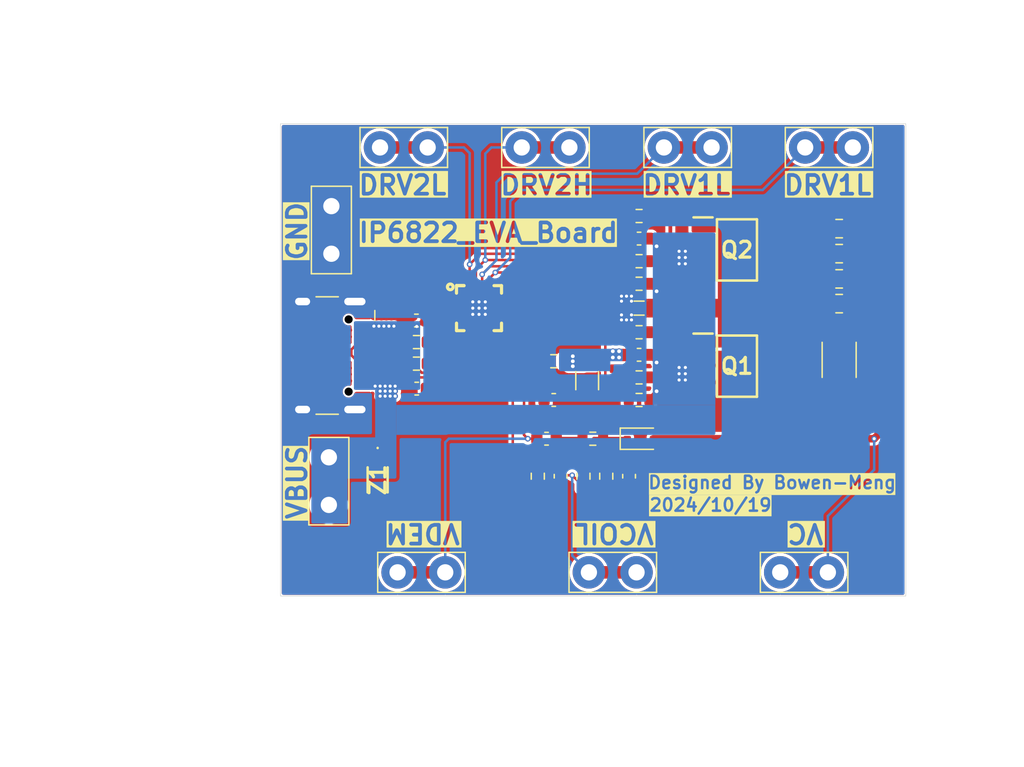
<source format=kicad_pcb>
(kicad_pcb (version 20240108) (generator "pcbnew") (generator_version "8.0")
  (layers (0 "F.Cu" signal) (31 "B.Cu" signal) (34 "B.Paste" user) (35 "F.Paste" user) (36 "B.SilkS" user "B.Silkscreen") (37 "F.SilkS" user "F.Silkscreen") (38 "B.Mask" user) (39 "F.Mask" user) (44 "Edge.Cuts" user))
  (net 0 "")
  (net 1 "GND")
  (net 2 "VBUS")
  (net 3 "GNDPWR")
  (net 4 "Net-(Q2-D_1)")
  (net 5 "/VC")
  (net 6 "/ISENSE")
  (net 7 "/VDEM")
  (net 8 "Net-(C10-Pad2)")
  (net 9 "/VCOIL")
  (net 10 "Net-(D1-K)")
  (net 12 "Net-(J1-D--PadA7)")
  (net 13 "/USB_CC1")
  (net 14 "/USB_CC2")
  (net 15 "Net-(J1-D+-PadA6)")
  (net 17 "Net-(Q1-D_1)")
  (net 18 "Net-(Q1-G2)")
  (net 19 "Net-(Q1-G1)")
  (net 20 "Net-(Q2-G1)")
  (net 21 "Net-(Q2-G2)")
  (net 22 "/DRV1L")
  (net 23 "/DRV2L")
  (net 24 "/USB_DN")
  (net 25 "/USB_DP")
  (net 26 "/LED2")
  (net 27 "/LED1")
  (net 28 "/Dbg")
  (net 29 "/DRV1H")
  (net 30 "/DRV2H")
  (net 31 "Net-(U1-VCC)")
  (footprint "Resistor_SMD:R_0603_1608Metric" (layer "F.Cu") (at 246.6725 89.2)
    (property "Reference" "R2" (hide yes))
    (property "Value" "10K" (hide yes))
  )
  (footprint "Resistor_SMD:R_0603_1608Metric" (layer "F.Cu") (at 246.6725 85.585)
    (property "Reference" "R1" (hide yes))
    (property "Value" "10K" (hide yes))
  )
  (footprint "Resistor_SMD:R_0603_1608Metric" (layer "F.Cu") (at 239.8475 87.9075 180)
    (property "Reference" "R6" (hide yes))
    (property "Value" "3K3" (hide yes))
  )
  (footprint "Capacitor_SMD:C_0603_1608Metric" (layer "F.Cu") (at 245.8725 97.1075 90)
    (property "Reference" "C11" (hide yes))
    (property "Value" "10nF" (hide yes))
  )
  (footprint "TestPoint:TestPoint_Bridge_Pitch3.81mm_Drill1.3mm" (layer "F.Cu") (at 231.17 104.8 180)
    (property "Reference" "TP7" (hide yes))
    (property "Value" "TestPoint" (hide yes))
  )
  (footprint "Capacitor_SMD:C_0805_2012Metric" (layer "F.Cu") (at 262.6725 81.31625 180)
    (property "Reference" "C5" (hide yes))
    (property "Value" "0.1uF" (hide yes))
  )
  (footprint "SamacSys_Parts:SOIC127P600X175-8N" (layer "F.Cu") (at 254.5 79)
    (property "Reference" "Q2")
    (property "Value" "IRF7389PBF" (hide yes))
  )
  (footprint "Resistor_SMD:R_0603_1608Metric" (layer "F.Cu") (at 246.6725 79.9)
    (property "Reference" "R3" (hide yes))
    (property "Value" "10K" (hide yes))
  )
  (footprint "Capacitor_SMD:C_0603_1608Metric" (layer "F.Cu") (at 239.8475 91.0075 180)
    (property "Reference" "C8" (hide yes))
    (property "Value" "10nF" (hide yes))
  )
  (footprint "Capacitor_SMD:C_0805_2012Metric" (layer "F.Cu") (at 262.6725 83.29625 180)
    (property "Reference" "C4" (hide yes))
    (property "Value" "0.1uF" (hide yes))
  )
  (footprint "Resistor_SMD:R_0603_1608Metric" (layer "F.Cu") (at 246.6725 81.7075)
    (property "Reference" "R14" (hide yes))
    (property "Value" "0R" (hide yes))
  )
  (footprint "SamacSys_Parts:IP6822" (layer "F.Cu") (at 233.8725 83.6575)
    (property "Reference" "U1" (hide yes))
    (property "Value" "IP6822" (hide yes))
  )
  (footprint "TestPoint:TestPoint_Bridge_Pitch3.81mm_Drill1.3mm" (layer "F.Cu") (at 261.77 104.8 180)
    (property "Reference" "TP5" (hide yes))
    (property "Value" "TestPoint" (hide yes))
  )
  (footprint "SamacSys_Parts:SOIC127P600X175-8N" (layer "F.Cu") (at 254.5 88.3)
    (property "Reference" "Q1")
    (property "Value" "IRF7389PBF" (hide yes))
  )
  (footprint "Capacitor_SMD:C_0603_1608Metric" (layer "F.Cu") (at 246.6725 78.0925)
    (property "Reference" "C3" (hide yes))
    (property "Value" "22uF" (hide yes))
  )
  (footprint "Inductor_SMD:L_2010_5025Metric" (layer "F.Cu") (at 262.6725 87.79625 90)
    (property "Reference" "L1" (hide yes))
    (property "Value" "6.3uH" (hide yes))
  )
  (footprint "Capacitor_SMD:C_0603_1608Metric" (layer "F.Cu") (at 246.6725 87.3925)
    (property "Reference" "C2" (hide yes))
    (property "Value" "22uF" (hide yes))
  )
  (footprint "Resistor_SMD:R_0603_1608Metric" (layer "F.Cu") (at 246.6725 91.0075 180)
    (property "Reference" "R13" (hide yes))
    (property "Value" "0R" (hide yes))
  )
  (footprint "Capacitor_SMD:C_0603_1608Metric" (layer "F.Cu") (at 239.2725 94.1075)
    (property "Reference" "C9" (hide yes))
    (property "Value" "10nF" (hide yes))
  )
  (footprint "Capacitor_SMD:C_0603_1608Metric" (layer "F.Cu") (at 228.865 84.65)
    (property "Reference" "C1" (hide yes))
    (property "Value" "10uF" (hide yes))
  )
  (footprint "Resistor_SMD:R_1206_3216Metric" (layer "F.Cu") (at 242.5225 89.4575 90)
    (property "Reference" "R5" (hide yes))
    (property "Value" "20mR" (hide yes))
  )
  (footprint "SamacSys_Parts:MMSZ5252B" (layer "F.Cu") (at 225.765 97.4 -90)
    (property "Reference" "Z1")
    (property "Value" "MMSZ5244A" (hide yes))
  )
  (footprint "Resistor_SMD:R_0603_1608Metric" (layer "F.Cu") (at 246.6725 76.285)
    (property "Reference" "R4" (hide yes))
    (property "Value" "10K" (hide yes))
  )
  (footprint "TestPoint:TestPoint_Bridge_Pitch3.81mm_Drill1.3mm" (layer "F.Cu") (at 225.955 70.8)
    (property "Reference" "TP4" (hide yes))
    (property "Value" "TestPoint" (hide yes))
  )
  (footprint "Capacitor_SMD:C_0603_1608Metric" (layer "F.Cu") (at 228.89 90.1)
    (property "Reference" "C12" (hide yes))
    (property "Value" "2.2uF" (hide yes))
  )
  (footprint "TestPoint:TestPoint_Bridge_Pitch3.81mm_Drill1.3mm" (layer "F.Cu") (at 263.765 70.8 180)
    (property "Reference" "TP1" (hide yes))
    (property "Value" "TestPoint" (hide yes))
  )
  (footprint "Resistor_SMD:R_0603_1608Metric" (layer "F.Cu") (at 242.9725 94.1075 180)
    (property "Reference" "R8" (hide yes))
    (property "Value" "3K3" (hide yes))
  )
  (footprint "Connector_USB:USB_C_Receptacle_HCTL_HC-TYPE-C-16P-01A" (layer "F.Cu") (at 220.84 87.45 -90)
    (property "Reference" "J1" (hide yes))
    (property "Value" "USB_C_Receptacle" (hide yes))
  )
  (footprint "Resistor_SMD:R_0603_1608Metric" (layer "F.Cu") (at 242.2225 97.1075 90)
    (property "Reference" "R10" (hide yes))
    (property "Value" "33K" (hide yes))
  )
  (footprint "TestPoint:TestPoint_Bridge_Pitch3.81mm_Drill1.3mm" (layer "F.Cu") (at 246.47 104.8 180)
    (property "Reference" "TP6" (hide yes))
    (property "Value" "TestPoint" (hide yes))
  )
  (footprint "Capacitor_SMD:C_0805_2012Metric" (layer "F.Cu") (at 262.6725 77.29625 180)
    (property "Reference" "C7" (hide yes))
    (property "Value" "0.1uF" (hide yes))
  )
  (footprint "Resistor_SMD:R_0603_1608Metric" (layer "F.Cu") (at 228.865 86.375)
    (property "Reference" "R11" (hide yes))
    (property "Value" "22R" (hide yes))
  )
  (footprint "Resistor_SMD:R_0603_1608Metric" (layer "F.Cu") (at 238.5725 97.1075 90)
    (property "Reference" "R7" (hide yes))
    (property "Value" "33K" (hide yes))
  )
  (footprint "Capacitor_SMD:C_0603_1608Metric" (layer "F.Cu") (at 240.3975 97.1075 90)
    (property "Reference" "C10" (hide yes))
    (property "Value" "10nF" (hide yes))
  )
  (footprint "Resistor_SMD:R_0603_1608Metric" (layer "F.Cu") (at 244.0475 97.1075 -90)
    (property "Reference" "R9" (hide yes))
    (property "Value" "3K3" (hide yes))
  )
  (footprint "TestPoint:TestPoint_Bridge_Pitch3.81mm_Drill1.3mm" (layer "F.Cu") (at 222.065 79.305 90)
    (property "Reference" "TP9" (hide yes))
    (property "Value" "TestPoint" (hide yes))
  )
  (footprint "TestPoint:TestPoint_Bridge_Pitch3.81mm_Drill1.3mm" (layer "F.Cu") (at 237.288333 70.8)
    (property "Reference" "TP3" (hide yes))
    (property "Value" "TestPoint" (hide yes))
  )
  (footprint "Capacitor_SMD:C_0805_2012Metric" (layer "F.Cu") (at 262.6725 79.29625 180)
    (property "Reference" "C6" (hide yes))
    (property "Value" "0.1uF" (hide yes))
  )
  (footprint "TestPoint:TestPoint_Bridge_Pitch3.81mm_Drill1.3mm" (layer "F.Cu") (at 248.659285 70.8)
    (property "Reference" "TP2" (hide yes))
    (property "Value" "TestPoint" (hide yes))
  )
  (footprint "TestPoint:TestPoint_Bridge_Pitch3.81mm_Drill1.3mm" (layer "F.Cu") (at 221.865 99.405 90)
    (property "Reference" "TP8" (hide yes))
    (property "Value" "TestPoint" (hide yes))
  )
  (footprint "Diode_SMD:D_SOD-323" (layer "F.Cu") (at 246.7725 94.1075)
    (property "Reference" "D1" (hide yes))
    (property "Value" "1N5819WS" (hide yes))
  )
  (footprint "Resistor_SMD:R_0603_1608Metric" (layer "F.Cu") (at 228.865 88.1)
    (property "Reference" "R12" (hide yes))
    (property "Value" "22R" (hide yes))
  )
  (footprint "Inductor_SMD:L_0805_2012Metric" (layer "F.Cu") (at 246.6725 83.6575)
    (property "Reference" "L2" (hide yes))
    (property "Value" "0R" (hide yes))
  )
  (gr_rect (start 218 68.9) (end 268 106.7) (stroke (width 0.05)) (fill none) (layer "Edge.Cuts"))
  (gr_text "GND" (at 220.2 79.985715 90) (layer "F.SilkS" knockout) (effects (font (size 1.5 1.5) (thickness 0.3) (bold yes)) (justify left bottom)))
  (gr_text "IP6822_EVA_Board" (at 224.1 78.5 0) (layer "F.SilkS" knockout) (effects (font (size 1.5 1.5) (thickness 0.3) (bold yes)) (justify left bottom)))
  (gr_text "DRV2L" (at 224.095715 74.7 0) (layer "F.SilkS" knockout) (effects (font (size 1.5 1.5) (thickness 0.3) (bold yes)) (justify left bottom)))
  (gr_text "2024/10/19\n" (at 247.4 100 0) (layer "F.SilkS" knockout) (effects (font (size 1 1) (thickness 0.2) (bold yes)) (justify left bottom)))
  (gr_text "Designed By Bowen-Meng" (at 247.3 98.2 0) (layer "F.SilkS" knockout) (effects (font (size 1 1) (thickness 0.2) (bold yes)) (justify left bottom)))
  (gr_text "DRV1L" (at 246.8 74.7 0) (layer "F.SilkS" knockout) (effects (font (size 1.5 1.5) (thickness 0.3) (bold yes)) (justify left bottom)))
  (gr_text "DRV2H" (at 235.429048 74.7 0) (layer "F.SilkS" knockout) (effects (font (size 1.5 1.5) (thickness 0.3) (bold yes)) (justify left bottom)))
  (gr_text "VC\n" (at 261.557857 100.8 180) (layer "F.SilkS" knockout) (effects (font (size 1.5 1.5) (thickness 0.3) (bold yes)) (justify left bottom)))
  (gr_text "VDEM" (at 232.493572 100.8 180) (layer "F.SilkS" knockout) (effects (font (size 1.5 1.5) (thickness 0.3) (bold yes)) (justify left bottom)))
  (gr_text "VBUS" (at 220.2 100.692857 90) (layer "F.SilkS" knockout) (effects (font (size 1.5 1.5) (thickness 0.3) (bold yes)) (justify left bottom)))
  (gr_text "VCOIL" (at 248.007858 100.8 180) (layer "F.SilkS" knockout) (effects (font (size 1.5 1.5) (thickness 0.3) (bold yes)) (justify left bottom)))
  (gr_text "DRV1L" (at 258.095715 74.7 0) (layer "F.SilkS" knockout) (effects (font (size 1.5 1.5) (thickness 0.3) (bold yes)) (justify left bottom)))
  (segment (start 222.065 75.495) (end 222.065 79.305) (width 1) (layer "F.Cu") (net 1))
  (via (at 245.265 84.2) (size 0.45) (drill 0.25) (layers "F.Cu" "B.Cu") (net 1))
  (via (at 233.8725 84.1575) (size 0.45) (drill 0.25) (layers "F.Cu" "B.Cu") (net 1))
  (via (at 233.3725 83.6575) (size 0.45) (drill 0.25) (layers "F.Cu" "B.Cu") (net 1))
  (via (at 246.065 84.2) (size 0.45) (drill 0.25) (layers "F.Cu" "B.Cu") (net 1))
  (via (at 245.665 84.6) (size 0.45) (drill 0.25) (layers "F.Cu" "B.Cu") (net 1))
  (via (at 245.265 84.6) (size 0.45) (drill 0.25) (layers "F.Cu" "B.Cu") (net 1))
  (via (at 246.065 83.1) (size 0.45) (drill 0.25) (layers "F.Cu" "B.Cu") (net 1))
  (via (at 233.3725 83.1575) (size 0.45) (drill 0.25) (layers "F.Cu" "B.Cu") (net 1))
  (via (at 233.8725 83.1575) (size 0.45) (drill 0.25) (layers "F.Cu" "B.Cu") (net 1))
  (via (at 233.3725 84.1575) (size 0.45) (drill 0.25) (layers "F.Cu" "B.Cu") (net 1))
  (via (at 245.665 82.7) (size 0.45) (drill 0.25) (layers "F.Cu" "B.Cu") (net 1))
  (via (at 234.3725 84.1575) (size 0.45) (drill 0.25) (layers "F.Cu" "B.Cu") (net 1))
  (via (at 246.065 84.6) (size 0.45) (drill 0.25) (layers "F.Cu" "B.Cu") (net 1))
  (via (at 234.3725 83.1575) (size 0.45) (drill 0.25) (layers "F.Cu" "B.Cu") (net 1))
  (via (at 245.265 82.7) (size 0.45) (drill 0.25) (layers "F.Cu" "B.Cu") (net 1))
  (via (at 245.265 83.1) (size 0.45) (drill 0.25) (layers "F.Cu" "B.Cu") (net 1))
  (via (at 246.065 82.7) (size 0.45) (drill 0.25) (layers "F.Cu" "B.Cu") (net 1))
  (via (at 234.3725 83.6575) (size 0.45) (drill 0.25) (layers "F.Cu" "B.Cu") (net 1))
  (via (at 233.8725 83.6575) (size 0.45) (drill 0.25) (layers "F.Cu" "B.Cu") (net 1))
  (segment (start 225.965 89.9) (end 226.365 90.3) (width 0.3) (layer "F.Cu") (net 2))
  (segment (start 225.965 89.9) (end 226.365 89.9) (width 0.3) (layer "F.Cu") (net 2))
  (segment (start 221.865 95.595) (end 221.865 99.405) (width 1) (layer "F.Cu") (net 2))
  (segment (start 247.4975 81.7075) (end 247.4975 81.7325) (width 0.3) (layer "F.Cu") (net 2))
  (segment (start 247.4975 90.8825) (end 248.0725 90.3075) (width 0.3) (layer "F.Cu") (net 2))
  (segment (start 229.64 84.65) (end 229.364583 84.65) (width 0.3) (layer "F.Cu") (net 2))
  (segment (start 229.364583 84.65) (end 228.890208 85.124375) (width 0.3) (layer "F.Cu") (net 2))
  (segment (start 226.365 89.9) (end 225.965 90.3) (width 0.3) (layer "F.Cu") (net 2))
  (segment (start 227.115 89.85) (end 227.165 89.9) (width 0.3) (layer "F.Cu") (net 2))
  (segment (start 226.765 89.9) (end 225.965 90.7) (width 0.3) (layer "F.Cu") (net 2))
  (segment (start 225.965 89.9) (end 225.965 90.3) (width 0.3) (layer "F.Cu") (net 2))
  (segment (start 221.865 95.595) (end 225.6 95.595) (width 1) (layer "F.Cu") (net 2))
  (segment (start 231.3825 82.9075) (end 229.64 84.65) (width 0.3) (layer "F.Cu") (net 2))
  (segment (start 247.4575 87.3925) (end 248.0725 88.0075) (width 0.3) (layer "F.Cu") (net 2))
  (segment (start 225.965 89.9) (end 225.965 90.7) (width 0.3) (layer "F.Cu") (net 2))
  (segment (start 226.665 85.1) (end 226.265 85.1) (width 0.3) (layer "F.Cu") (net 2))
  (segment (start 224.585 85.05) (end 227.015 85.05) (width 0.3) (layer "F.Cu") (net 2))
  (segment (start 225.465 85.1) (end 227.065 85.1) (width 0.3) (layer "F.Cu") (net 2))
  (segment (start 226.365 89.9) (end 227.165 90.7) (width 0.3) (layer "F.Cu") (net 2))
  (segment (start 225.6 95.595) (end 225.765 95.76) (width 1) (layer "F.Cu") (net 2))
  (segment (start 232.3725 82.9075) (end 231.3825 82.9075) (width 0.3) (layer "F.Cu") (net 2))
  (segment (start 227.165 89.9) (end 227.165 90.7) (width 0.3) (layer "F.Cu") (net 2))
  (segment (start 226.765 89.9) (end 226.765 90.7) (width 0.3) (layer "F.Cu") (net 2))
  (segment (start 247.4575 78.0925) (end 248.0725 78.7075) (width 0.3) (layer "F.Cu") (net 2))
  (segment (start 227.015 85.05) (end 227.065 85.1) (width 0.3) (layer "F.Cu") (net 2))
  (segment (start 247.4975 81.7325) (end 248.0725 82.3075) (width 0.3) (layer "F.Cu") (net 2))
  (segment (start 226.365 89.9) (end 226.365 90.7) (width 0.3) (layer "F.Cu") (net 2))
  (segment (start 226.765 89.9) (end 227.165 90.3) (width 0.3) (layer "F.Cu") (net 2))
  (segment (start 226.365 90.3) (end 226.765 90.7) (width 0.3) (layer "F.Cu") (net 2))
  (segment (start 247.4975 91.0075) (end 247.4975 90.8825) (width 0.3) (layer "F.Cu") (net 2))
  (segment (start 225.965 90.3) (end 226.365 90.7) (width 0.3) (layer "F.Cu") (net 2))
  (segment (start 227.165 89.9) (end 226.765 89.9) (width 0.3) (layer "F.Cu") (net 2))
  (segment (start 224.585 89.85) (end 227.115 89.85) (width 0.3) (layer "F.Cu") (net 2))
  (segment (start 227.165 89.9) (end 226.765 90.3) (width 0.3) (layer "F.Cu") (net 2))
  (segment (start 225.865 85.1) (end 225.465 85.1) (width 0.3) (layer "F.Cu") (net 2))
  (segment (start 247.4475 87.3925) (end 247.4575 87.3925) (width 0.3) (layer "F.Cu") (net 2))
  (segment (start 247.4475 78.0925) (end 247.4575 78.0925) (width 0.3) (layer "F.Cu") (net 2))
  (via (at 225.965 90.3) (size 0.45) (drill 0.25) (layers "F.Cu" "B.Cu") (net 2))
  (via (at 250.3725 88.4075) (size 0.45) (drill 0.25) (layers "F.Cu" "B.Cu") (net 2))
  (via (at 227.165 90.7) (size 0.45) (drill 0.25) (layers "F.Cu" "B.Cu") (net 2))
  (via (at 249.8725 79.6075) (size 0.45) (drill 0.25) (layers "F.Cu" "B.Cu") (net 2))
  (via (at 228.890208 85.124375) (size 0.45) (drill 0.25) (layers "F.Cu" "B.Cu") (net 2))
  (via (at 250.3725 88.9075) (size 0.45) (drill 0.25) (layers "F.Cu" "B.Cu") (net 2))
  (via (at 225.865 85.1) (size 0.45) (drill 0.25) (layers "F.Cu" "B.Cu") (net 2))
  (via (at 226.365 90.7) (size 0.45) (drill 0.25) (layers "F.Cu" "B.Cu") (net 2))
  (via (at 248.0725 82.3075) (size 0.45) (drill 0.3) (layers "F.Cu" "B.Cu") (net 2))
  (via (at 250.3725 79.1075) (size 0.45) (drill 0.25) (layers "F.Cu" "B.Cu") (net 2))
  (via (at 226.365 89.9) (size 0.45) (drill 0.25) (layers "F.Cu" "B.Cu") (net 2))
  (via (at 226.265 85.1) (size 0.45) (drill 0.25) (layers "F.Cu" "B.Cu") (net 2))
  (via (at 226.765 90.7) (size 0.45) (drill 0.25) (layers "F.Cu" "B.Cu") (net 2))
  (via (at 226.365 90.3) (size 0.45) (drill 0.25) (layers "F.Cu" "B.Cu") (net 2))
  (via (at 249.8725 88.9075) (size 0.45) (drill 0.25) (layers "F.Cu" "B.Cu") (net 2))
  (via (at 250.3725 79.6075) (size 0.45) (drill 0.25) (layers "F.Cu" "B.Cu") (net 2))
  (via (at 226.765 90.3) (size 0.45) (drill 0.25) (layers "F.Cu" "B.Cu") (net 2))
  (via (at 227.165 90.3) (size 0.45) (drill 0.25) (layers "F.Cu" "B.Cu") (net 2))
  (via (at 225.965 89.9) (size 0.45) (drill 0.25) (layers "F.Cu" "B.Cu") (net 2))
  (via (at 248.0725 90.3075) (size 0.45) (drill 0.3) (layers "F.Cu" "B.Cu") (net 2))
  (via (at 249.8725 80.1075) (size 0.45) (drill 0.25) (layers "F.Cu" "B.Cu") (net 2))
  (via (at 225.565 89.9) (size 0.45) (drill 0.25) (layers "F.Cu" "B.Cu") (net 2))
  (via (at 227.165 89.9) (size 0.45) (drill 0.25) (layers "F.Cu" "B.Cu") (net 2))
  (via (at 227.065 85.1) (size 0.45) (drill 0.25) (layers "F.Cu" "B.Cu") (net 2))
  (via (at 249.8725 88.4075) (size 0.45) (drill 0.25) (layers "F.Cu" "B.Cu") (net 2))
  (via (at 248.0725 88.0075) (size 0.45) (drill 0.3) (layers "F.Cu" "B.Cu") (net 2))
  (via (at 248.0725 78.7075) (size 0.45) (drill 0.3) (layers "F.Cu" "B.Cu") (net 2))
  (via (at 226.765 89.9) (size 0.45) (drill 0.25) (layers "F.Cu" "B.Cu") (net 2))
  (via (at 249.8725 89.4075) (size 0.45) (drill 0.25) (layers "F.Cu" "B.Cu") (net 2))
  (via (at 250.3725 89.4075) (size 0.45) (drill 0.25) (layers "F.Cu" "B.Cu") (net 2))
  (via (at 250.3725 80.1075) (size 0.45) (drill 0.25) (layers "F.Cu" "B.Cu") (net 2))
  (via (at 225.465 85.1) (size 0.45) (drill 0.25) (layers "F.Cu" "B.Cu") (net 2))
  (via (at 225.965 90.7) (size 0.45) (drill 0.25) (layers "F.Cu" "B.Cu") (net 2))
  (via (at 249.8725 79.1075) (size 0.45) (drill 0.25) (layers "F.Cu" "B.Cu") (net 2))
  (via (at 226.665 85.1) (size 0.45) (drill 0.25) (layers "F.Cu" "B.Cu") (net 2))
  (segment (start 242.035 87.5075) (end 242.5225 87.995) (width 0.6) (layer "F.Cu") (net 3))
  (segment (start 241.3725 88.3075) (end 242.21 88.3075) (width 0.6) (layer "F.Cu") (net 3))
  (segment (start 241.0725 87.5075) (end 240.6725 87.9075) (width 0.6) (layer "F.Cu") (net 3))
  (segment (start 242.21 88.3075) (end 242.5225 87.995) (width 0.6) (layer "F.Cu") (net 3))
  (segment (start 241.3725 87.5075) (end 241.0725 87.5075) (width 0.6) (layer "F.Cu") (net 3))
  (segment (start 241.3725 87.5075) (end 242.035 87.5075) (width 0.6) (layer "F.Cu") (net 3))
  (segment (start 242.435 87.9075) (end 242.5225 87.995) (width 0.6) (layer "F.Cu") (net 3))
  (segment (start 241.3725 88.3075) (end 241.0725 88.3075) (width 0.6) (layer "F.Cu") (net 3))
  (segment (start 240.6725 87.9075) (end 242.435 87.9075) (width 0.6) (layer "F.Cu") (net 3))
  (segment (start 241.0725 88.3075) (end 240.6725 87.9075) (width 0.6) (layer "F.Cu") (net 3))
  (segment (start 241.3725 87.5075) (end 241.3725 88.3075) (width 0.6) (layer "F.Cu") (net 3))
  (via (at 241.3725 87.9075) (size 0.45) (drill 0.3) (layers "F.Cu" "B.Cu") (net 3))
  (via (at 245.0725 87.6075) (size 0.45) (drill 0.3) (layers "F.Cu" "B.Cu") (net 3))
  (via (at 244.5725 87.1075) (size 0.45) (drill 0.3) (layers "F.Cu" "B.Cu") (net 3))
  (via (at 241.3725 87.5075) (size 0.45) (drill 0.3) (layers "F.Cu" "B.Cu") (net 3))
  (via (at 244.5725 87.6075) (size 0.45) (drill 0.3) (layers "F.Cu" "B.Cu") (net 3))
  (via (at 245.0725 87.1075) (size 0.45) (drill 0.3) (layers "F.Cu" "B.Cu") (net 3))
  (via (at 241.3725 88.3075) (size 0.45) (drill 0.3) (layers "F.Cu" "B.Cu") (net 3))
  (segment (start 247.8225 94.1075) (end 265.4725 94.1075) (width 0.6) (layer "F.Cu") (net 5))
  (segment (start 265.61125 85.54625) (end 262.6725 85.54625) (width 0.6) (layer "F.Cu") (net 5))
  (segment (start 266.4725 93.1075) (end 266.4725 86.4075) (width 0.6) (layer "F.Cu") (net 5))
  (segment (start 266.4725 86.4075) (end 265.61125 85.54625) (width 0.6) (layer "F.Cu") (net 5))
  (segment (start 257.96 104.8) (end 261.77 104.8) (width 1) (layer "F.Cu") (net 5))
  (segment (start 265.4725 94.1075) (end 266.4725 93.1075) (width 0.6) (layer "F.Cu") (net 5))
  (via (at 265.4725 94.1075) (size 0.45) (drill 0.25) (layers "F.Cu" "B.Cu") (net 5))
  (segment (start 265.4725 96.5925) (end 265.4725 94.1075) (width 0.2) (layer "B.Cu") (net 5))
  (segment (start 261.77 104.8) (end 261.77 100.295) (width 0.2) (layer "B.Cu") (net 5))
  (segment (start 261.77 100.295) (end 265.4725 96.5925) (width 0.2) (layer "B.Cu") (net 5))
  (segment (start 238.4725 82.9075) (end 239.0225 83.4575) (width 0.2) (layer "F.Cu") (net 6))
  (segment (start 235.3725 82.9075) (end 238.4725 82.9075) (width 0.2) (layer "F.Cu") (net 6))
  (segment (start 239.0725 87.9575) (end 239.0225 87.9075) (width 0.3) (layer "F.Cu") (net 6))
  (segment (start 239.0725 91.0075) (end 239.0725 87.9575) (width 0.3) (layer "F.Cu") (net 6))
  (segment (start 239.0225 83.4575) (end 239.0225 87.9075) (width 0.2) (layer "F.Cu") (net 6))
  (segment (start 236.9725 83.4075) (end 237.4725 83.9075) (width 0.2) (layer "F.Cu") (net 7))
  (segment (start 235.3725 83.4075) (end 236.9725 83.4075) (width 0.2) (layer "F.Cu") (net 7))
  (segment (start 237.4725 83.9075) (end 237.4725 93.8075) (width 0.2) (layer "F.Cu") (net 7))
  (segment (start 227.36 104.8) (end 231.17 104.8) (width 1) (layer "F.Cu") (net 7))
  (segment (start 237.7725 94.1075) (end 238.4975 94.1075) (width 0.2) (layer "F.Cu") (net 7))
  (segment (start 237.4725 93.8075) (end 237.7725 94.1075) (width 0.2) (layer "F.Cu") (net 7))
  (via (at 237.7725 94.1075) (size 0.45) (drill 0.25) (layers "F.Cu" "B.Cu") (net 7))
  (segment (start 231.4575 94.1075) (end 237.7725 94.1075) (width 0.2) (layer "B.Cu") (net 7))
  (segment (start 231.17 104.8) (end 231.17 94.395) (width 0.2) (layer "B.Cu") (net 7))
  (segment (start 231.17 94.395) (end 231.4575 94.1075) (width 0.2) (layer "B.Cu") (net 7))
  (segment (start 238.5725 96.2825) (end 240.3475 96.2825) (width 0.3) (layer "F.Cu") (net 8))
  (segment (start 240.3975 95.4325) (end 240.0475 95.0825) (width 0.3) (layer "F.Cu") (net 8))
  (segment (start 240.3975 96.3325) (end 240.3975 95.4325) (width 0.3) (layer "F.Cu") (net 8))
  (segment (start 240.0475 95.0825) (end 240.0475 94.1075) (width 0.3) (layer "F.Cu") (net 8))
  (segment (start 240.3475 96.2825) (end 240.3975 96.3325) (width 0.3) (layer "F.Cu") (net 8))
  (segment (start 242.1475 94.1075) (end 240.0475 94.1075) (width 0.3) (layer "F.Cu") (net 8))
  (segment (start 236.5725 96.5075) (end 237.0975 97.0325) (width 0.2) (layer "F.Cu") (net 9))
  (segment (start 237.0975 97.0325) (end 241.3225 97.0325) (width 0.2) (layer "F.Cu") (net 9))
  (segment (start 236.0725 83.9075) (end 236.5725 84.4075) (width 0.2) (layer "F.Cu") (net 9))
  (segment (start 245.8725 96.3325) (end 244.0975 96.3325) (width 0.3) (layer "F.Cu") (net 9))
  (segment (start 242.2225 97.9325) (end 242.3975 97.9325) (width 0.3) (layer "F.Cu") (net 9))
  (segment (start 241.3225 97.0325) (end 242.2225 97.9325) (width 0.2) (layer "F.Cu") (net 9))
  (segment (start 235.3725 83.9075) (end 236.0725 83.9075) (width 0.2) (layer "F.Cu") (net 9))
  (segment (start 246.47 104.8) (end 242.66 104.8) (width 1) (layer "F.Cu") (net 9))
  (segment (start 236.5725 84.4075) (end 236.5725 96.5075) (width 0.2) (layer "F.Cu") (net 9))
  (segment (start 242.3975 97.9325) (end 244.0475 96.2825) (width 0.3) (layer "F.Cu") (net 9))
  (segment (start 244.0975 96.3325) (end 244.0475 96.2825) (width 0.3) (layer "F.Cu") (net 9))
  (via (at 241.3225 97.0325) (size 0.45) (drill 0.25) (layers "F.Cu" "B.Cu") (net 9))
  (segment (start 241.3225 103.4625) (end 241.3225 97.0325) (width 0.2) (layer "B.Cu") (net 9))
  (segment (start 242.66 104.8) (end 241.3225 103.4625) (width 0.2) (layer "B.Cu") (net 9))
  (segment (start 242.9725 94.2075) (end 242.9725 96.2075) (width 0.3) (layer "F.Cu") (net 10))
  (segment (start 242.9725 96.2075) (end 242.8975 96.2825) (width 0.3) (layer "F.Cu") (net 10))
  (segment (start 243.0725 94.1075) (end 242.9725 94.2075) (width 0.3) (layer "F.Cu") (net 10))
  (segment (start 242.8975 96.2825) (end 242.2225 96.2825) (width 0.3) (layer "F.Cu") (net 10))
  (segment (start 245.7225 94.1075) (end 243.7975 94.1075) (width 0.3) (layer "F.Cu") (net 10))
  (segment (start 243.7975 94.1075) (end 243.0725 94.1075) (width 0.3) (layer "F.Cu") (net 10))
  (segment (start 224.585 86.7) (end 223.935001 86.7) (width 0.2) (layer "F.Cu") (net 12))
  (segment (start 224.585 86.7) (end 226.765 86.7) (width 0.2) (layer "F.Cu") (net 12))
  (segment (start 227.09 86.375) (end 228.04 86.375) (width 0.2) (layer "F.Cu") (net 12))
  (segment (start 223.935001 86.7) (end 223.665 86.970001) (width 0.2) (layer "F.Cu") (net 12))
  (segment (start 223.935001 87.7) (end 224.585 87.7) (width 0.2) (layer "F.Cu") (net 12))
  (segment (start 223.665 86.970001) (end 223.665 87.429999) (width 0.2) (layer "F.Cu") (net 12))
  (segment (start 223.665 87.429999) (end 223.935001 87.7) (width 0.2) (layer "F.Cu") (net 12))
  (segment (start 226.765 86.7) (end 227.09 86.375) (width 0.2) (layer "F.Cu") (net 12))
  (segment (start 228.865 88.4) (end 228.865 85.7) (width 0.2) (layer "F.Cu") (net 13))
  (segment (start 232.3725 84.4075) (end 232.3725 88.4925) (width 0.2) (layer "F.Cu") (net 13))
  (segment (start 229.29 88.825) (end 228.865 88.4) (width 0.2) (layer "F.Cu") (net 13))
  (segment (start 228.74 85.575) (end 225.99 85.575) (width 0.2) (layer "F.Cu") (net 13))
  (segment (start 232.3725 88.4925) (end 232.04 88.825) (width 0.2) (layer "F.Cu") (net 13))
  (segment (start 225.365 86.2) (end 224.585 86.2) (width 0.2) (layer "F.Cu") (net 13))
  (segment (start 232.04 88.825) (end 229.29 88.825) (width 0.2) (layer "F.Cu") (net 13))
  (segment (start 225.99 85.575) (end 225.365 86.2) (width 0.2) (layer "F.Cu") (net 13))
  (segment (start 228.865 85.7) (end 228.74 85.575) (width 0.2) (layer "F.Cu") (net 13))
  (segment (start 232.765 89.2) (end 224.585 89.2) (width 0.2) (layer "F.Cu") (net 14))
  (segment (start 233.1225 88.8425) (end 232.765 89.2) (width 0.2) (layer "F.Cu") (net 14))
  (segment (start 233.1225 85.1575) (end 233.1225 88.8425) (width 0.2) (layer "F.Cu") (net 14))
  (segment (start 225.234999 88.2) (end 224.585 88.2) (width 0.2) (layer "F.Cu") (net 15))
  (segment (start 225.635001 88.1) (end 228.04 88.1) (width 0.2) (layer "F.Cu") (net 15))
  (segment (start 225.485 87.450001) (end 225.485 87.949999) (width 0.2) (layer "F.Cu") (net 15))
  (segment (start 225.635001 88.1) (end 225.485 87.949999) (width 0.2) (layer "F.Cu") (net 15))
  (segment (start 224.585 87.2) (end 225.234999 87.2) (width 0.2) (layer "F.Cu") (net 15))
  (segment (start 225.485 87.949999) (end 225.234999 88.2) (width 0.2) (layer "F.Cu") (net 15))
  (segment (start 225.234999 87.2) (end 225.485 87.450001) (width 0.2) (layer "F.Cu") (net 15))
  (segment (start 247.4975 89.2) (end 248.765 89.2) (width 0.3) (layer "F.Cu") (net 18))
  (segment (start 249.76625 90.20125) (end 251.7485 90.20125) (width 0.3) (layer "F.Cu") (net 18))
  (segment (start 248.765 89.2) (end 249.76625 90.20125) (width 0.3) (layer "F.Cu") (net 18))
  (segment (start 249.62625 87.66125) (end 251.7485 87.66125) (width 0.3) (layer "F.Cu") (net 19))
  (segment (start 249.05 85.585) (end 249.3725 85.9075) (width 0.3) (layer "F.Cu") (net 19))
  (segment (start 249.3725 85.9075) (end 249.3725 87.4075) (width 0.3) (layer "F.Cu") (net 19))
  (segment (start 247.4975 85.585) (end 249.05 85.585) (width 0.3) (layer "F.Cu") (net 19))
  (segment (start 249.3725 87.4075) (end 249.62625 87.66125) (width 0.3) (layer "F.Cu") (net 19))
  (segment (start 249.1725 78.2075) (end 249.32625 78.36125) (width 0.3) (layer "F.Cu") (net 20))
  (segment (start 249.1725 76.6075) (end 249.1725 78.2075) (width 0.3) (layer "F.Cu") (net 20))
  (segment (start 249.32625 78.36125) (end 251.7485 78.36125) (width 0.3) (layer "F.Cu") (net 20))
  (segment (start 248.85 76.285) (end 249.1725 76.6075) (width 0.3) (layer "F.Cu") (net 20))
  (segment (start 247.4975 76.285) (end 248.85 76.285) (width 0.3) (layer "F.Cu") (net 20))
  (segment (start 248.765 79.9) (end 249.76625 80.90125) (width 0.3) (layer "F.Cu") (net 21))
  (segment (start 247.4975 79.9) (end 248.765 79.9) (width 0.3) (layer "F.Cu") (net 21))
  (segment (start 249.76625 80.90125) (end 251.7485 80.90125) (width 0.3) (layer "F.Cu") (net 21))
  (segment (start 234.7725 80.3075) (end 243.6725 80.3075) (width 0.2) (layer "F.Cu") (net 22))
  (segment (start 252.431666 70.8) (end 248.621666 70.8) (width 1) (layer "F.Cu") (net 22))
  (segment (start 244.6725 81.3075) (end 244.6725 85.3575) (width 0.2) (layer "F.Cu") (net 22))
  (segment (start 234.1225 80.9575) (end 234.7725 80.3075) (width 0.2) (layer "F.Cu") (net 22))
  (segment (start 244.6725 85.3575) (end 244.9 85.585) (width 0.2) (layer "F.Cu") (net 22))
  (segment (start 243.6725 80.3075) (end 244.6725 81.3075) (width 0.2) (layer "F.Cu") (net 22))
  (segment (start 234.1225 82.1575) (end 234.1225 80.9575) (width 0.2) (layer "F.Cu") (net 22))
  (segment (start 244.9 85.585) (end 245.8475 85.585) (width 0.2) (layer "F.Cu") (net 22))
  (via (at 234.1225 80.9575) (size 0.45) (drill 0.25) (layers "F.Cu" "B.Cu") (net 22))
  (segment (start 235.965 72.9) (end 246.521666 72.9) (width 0.2) (layer "B.Cu") (net 22))
  (segment (start 235.265 79.815) (end 235.265 73.6) (width 0.2) (layer "B.Cu") (net 22))
  (segment (start 235.265 73.6) (end 235.965 72.9) (width 0.2) (layer "B.Cu") (net 22))
  (segment (start 246.521666 72.9) (end 248.621666 70.8) (width 0.2) (layer "B.Cu") (net 22))
  (segment (start 234.1225 80.9575) (end 235.265 79.815) (width 0.2) (layer "B.Cu") (net 22))
  (segment (start 245.095 76.285) (end 244.2725 77.1075) (width 0.2) (layer "F.Cu") (net 23))
  (segment (start 233.9725 79.3075) (end 233.1225 80.1575) (width 0.2) (layer "F.Cu") (net 23))
  (segment (start 243.8725 79.3075) (end 233.9725 79.3075) (width 0.2) (layer "F.Cu") (net 23))
  (segment (start 244.2725 77.1075) (end 244.2725 78.9075) (width 0.2) (layer "F.Cu") (net 23))
  (segment (start 244.2725 78.9075) (end 243.8725 79.3075) (width 0.2) (layer "F.Cu") (net 23))
  (segment (start 225.955 70.8) (end 229.765 70.8) (width 1) (layer "F.Cu") (net 23))
  (segment (start 233.1225 80.1575) (end 233.1225 82.1575) (width 0.2) (layer "F.Cu") (net 23))
  (segment (start 245.8475 76.285) (end 245.095 76.285) (width 0.2) (layer "F.Cu") (net 23))
  (segment (start 245.8475 76.3325) (end 245.8475 76.285) (width 0.2) (layer "F.Cu") (net 23))
  (via (at 233.1225 80.1575) (size 0.45) (drill 0.25) (layers "F.Cu" "B.Cu") (net 23))
  (segment (start 233.1225 71.2575) (end 232.665 70.8) (width 0.2) (layer "B.Cu") (net 23))
  (segment (start 233.1225 80.1575) (end 233.1225 71.2575) (width 0.2) (layer "B.Cu") (net 23))
  (segment (start 232.665 70.8) (end 229.765 70.8) (width 0.2) (layer "B.Cu") (net 23))
  (segment (start 229.69 86.375) (end 230.3275 87.0125) (width 0.2) (layer "F.Cu") (net 24))
  (segment (start 230.470622 87.0125) (end 230.74 86.743122) (width 0.2) (layer "F.Cu") (net 24))
  (segment (start 230.74 84.3068) (end 231.6143 83.4325) (width 0.2) (layer "F.Cu") (net 24))
  (segment (start 232.0875 83.4325) (end 232.1125 83.4075) (width 0.2) (layer "F.Cu") (net 24))
  (segment (start 231.6143 83.4325) (end 232.0875 83.4325) (width 0.2) (layer "F.Cu") (net 24))
  (segment (start 232.1125 83.4075) (end 232.3725 83.4075) (width 0.2) (layer "F.Cu") (net 24))
  (segment (start 230.3275 87.0125) (end 230.470622 87.0125) (width 0.2) (layer "F.Cu") (net 24))
  (segment (start 230.74 86.743122) (end 230.74 84.3068) (width 0.2) (layer "F.Cu") (net 24))
  (segment (start 232.1125 83.9075) (end 232.3725 83.9075) (width 0.2) (layer "F.Cu") (net 25))
  (segment (start 230.657022 87.4625) (end 231.19 86.929522) (width 0.2) (layer "F.Cu") (net 25))
  (segment (start 232.0875 83.8825) (end 232.1125 83.9075) (width 0.2) (layer "F.Cu") (net 25))
  (segment (start 230.3275 87.4625) (end 230.657022 87.4625) (width 0.2) (layer "F.Cu") (net 25))
  (segment (start 231.19 86.929522) (end 231.19 84.4932) (width 0.2) (layer "F.Cu") (net 25))
  (segment (start 231.8007 83.8825) (end 232.0875 83.8825) (width 0.2) (layer "F.Cu") (net 25))
  (segment (start 231.19 84.4932) (end 231.8007 83.8825) (width 0.2) (layer "F.Cu") (net 25))
  (segment (start 229.69 88.1) (end 230.3275 87.4625) (width 0.2) (layer "F.Cu") (net 25))
  (segment (start 235.1725 80.8075) (end 243.3725 80.8075) (width 0.2) (layer "F.Cu") (net 29))
  (segment (start 263.765 70.8) (end 259.955 70.8) (width 1) (layer "F.Cu") (net 29))
  (segment (start 243.3725 80.8075) (end 243.9725 81.4075) (width 0.2) (layer "F.Cu") (net 29))
  (segment (start 234.6225 81.3575) (end 235.1725 80.8075) (width 0.2) (layer "F.Cu") (net 29))
  (segment (start 243.9725 81.4075) (end 243.9725 89.0075) (width 0.2) (layer "F.Cu") (net 29))
  (segment (start 245.8475 89.2) (end 245.8475 91.0075) (width 0.3) (layer "F.Cu") (net 29))
  (segment (start 244.165 89.2) (end 245.8475 89.2) (width 0.2) (layer "F.Cu") (net 29))
  (segment (start 243.9725 89.0075) (end 244.165 89.2) (width 0.2) (layer "F.Cu") (net 29))
  (segment (start 234.6225 82.1575) (end 234.6225 81.3575) (width 0.2) (layer "F.Cu") (net 29))
  (via (at 235.1725 80.8075) (size 0.45) (drill 0.25) (layers "F.Cu" "B.Cu") (net 29))
  (segment (start 236.365 75.1) (end 237.265 74.2) (width 0.2) (layer "B.Cu") (net 29))
  (segment (start 235.1725 80.8075) (end 236.365 79.615) (width 0.2) (layer "B.Cu") (net 29))
  (segment (start 236.365 79.615) (end 236.365 75.1) (width 0.2) (layer "B.Cu") (net 29))
  (segment (start 237.265 74.2) (end 256.555 74.2) (width 0.2) (layer "B.Cu") (net 29))
  (segment (start 256.555 74.2) (end 259.955 70.8) (width 0.2) (layer "B.Cu") (net 29))
  (segment (start 243.9725 79.8075) (end 245.8475 81.6825) (width 0.2) (layer "F.Cu") (net 30))
  (segment (start 234.3725 79.8075) (end 243.9725 79.8075) (width 0.2) (layer "F.Cu") (net 30))
  (segment (start 245.8475 79.9) (end 245.8475 81.7075) (width 0.3) (layer "F.Cu") (net 30))
  (segment (start 233.6225 80.5575) (end 234.3725 79.8075) (width 0.2) (layer "F.Cu") (net 30))
  (segment (start 241.098333 70.8) (end 237.288333 70.8) (width 1) (layer "F.Cu") (net 30))
  (segment (start 245.8475 81.6825) (end 245.8475 81.7075) (width 0.2) (layer "F.Cu") (net 30))
  (segment (start 233.6225 82.1575) (end 233.6225 80.5575) (width 0.2) (layer "F.Cu") (net 30))
  (via (at 234.3725 79.8075) (size 0.45) (drill 0.25) (layers "F.Cu" "B.Cu") (net 30))
  (segment (start 234.865 70.8) (end 237.288333 70.8) (width 0.2) (layer "B.Cu") (net 30))
  (segment (start 234.3725 71.2925) (end 234.865 70.8) (width 0.2) (layer "B.Cu") (net 30))
  (segment (start 234.3725 79.8075) (end 234.3725 71.2925) (width 0.2) (layer "B.Cu") (net 30))
  (segment (start 233.6225 89.6425) (end 233.6225 85.1575) (width 0.2) (layer "F.Cu") (net 31))
  (segment (start 229.665 90.1) (end 233.165 90.1) (width 0.2) (layer "F.Cu") (net 31))
  (segment (start 233.165 90.1) (end 233.6225 89.6425) (width 0.2) (layer "F.Cu") (net 31))
  (zone (net 4) (net_name "Net-(Q2-D_1)") (layer "F.Cu") (priority 4) (connect_pads yes (clearance 0.25)) (min_thickness 0.25) (fill yes (thermal_gap 0.5) (thermal_bridge_width 0.5))
    (polygon (pts (xy 262.3725 76.4075) (xy 256.2725 76.4075) (xy 256.2725 84.3075) (xy 262.3725 84.3075)))
  )
  (zone (net 2) (net_name "VBUS") (layer "F.Cu") (priority 1) (connect_pads yes (clearance 0.25)) (min_thickness 0.25) (fill yes (thermal_gap 0.5) (thermal_bridge_width 0.5))
    (polygon (pts (xy 249.6725 88.2075) (xy 250.5725 88.2075) (xy 250.5725 88.4075) (xy 252.5725 88.4075) (xy 252.5725 89.4075) (xy 250.5725 89.4075) (xy 250.5725 89.6075) (xy 249.6725 89.6075)))
  )
  (zone (net 3) (net_name "GNDPWR") (layer "F.Cu") (priority 3) (connect_pads yes (clearance 0.25)) (min_thickness 0.25) (fill yes (thermal_gap 0.5) (thermal_bridge_width 0.5))
    (polygon (pts (xy 244.3725 86.9075) (xy 244.3725 87.9075) (xy 246.8225 87.9075) (xy 246.8225 84.4075) (xy 247.3725 84.4075) (xy 247.3725 82.9075) (xy 246.8225 82.9075) (xy 246.8225 77.6075) (xy 245.3725 77.6075) (xy 245.3725 78.6075) (xy 246.5225 78.6075) (xy 246.5225 86.9075)))
  )
  (zone (net 5) (net_name "/VC") (layer "F.Cu") (priority 5) (connect_pads yes (clearance 0.25)) (min_thickness 0.25) (fill yes (thermal_gap 0.5) (thermal_bridge_width 0.5))
    (polygon (pts (xy 262.9725 76.4075) (xy 262.9725 84.7075) (xy 261.0725 84.7075) (xy 261.0725 86.4075) (xy 264.3725 86.4075) (xy 264.3725 76.4075)))
  )
  (zone (net 2) (net_name "VBUS") (layer "F.Cu") (priority 1) (connect_pads yes (clearance 0.25)) (min_thickness 0.25) (fill yes (thermal_gap 0.5) (thermal_bridge_width 0.5))
    (polygon (pts (xy 249.6725 78.9075) (xy 250.5725 78.9075) (xy 250.5725 79.1075) (xy 252.5725 79.1075) (xy 252.5725 80.1075) (xy 250.5725 80.1075) (xy 250.5725 80.3075) (xy 249.6725 80.3075)))
  )
  (zone (net 3) (net_name "GNDPWR") (layer "F.Cu") (priority 2) (connect_pads yes (clearance 0.25)) (min_thickness 0.25) (fill yes (thermal_gap 0.5) (thermal_bridge_width 0.5))
    (polygon (pts (xy 250.8725 76.6075) (xy 254.3725 76.6075) (xy 254.3725 86.8075) (xy 250.8725 86.8075) (xy 250.8725 85.9075) (xy 252.9725 85.9075) (xy 252.9725 84.4075) (xy 247.1725 84.4075) (xy 247.1725 82.9075) (xy 252.9725 82.9075) (xy 252.9725 77.6075) (xy 250.8725 77.6075)))
  )
  (zone (net 17) (net_name "Net-(Q1-D_1)") (layer "F.Cu") (priority 6) (connect_pads yes (clearance 0.25)) (min_thickness 0.25) (fill yes (thermal_gap 0.5) (thermal_bridge_width 0.5))
    (polygon (pts (xy 256.1725 85.8075) (xy 256.1725 91.0075) (xy 264.3725 91.0075) (xy 264.3725 87.8075) (xy 259.8725 87.8075) (xy 259.8725 85.8075)))
  )
  (zone (net 1) (net_name "GND") (layers "F&B.Cu") (name "0") (connect_pads yes (clearance 0.25)) (min_thickness 0.25) (fill yes (thermal_gap 0.5) (thermal_bridge_width 0.5))
    (polygon (pts (xy 209.065 62.4) (xy 273.765 59) (xy 277.465 120.4) (xy 195.565 116.1)))
  )
  (zone (net 2) (net_name "VBUS") (layer "B.Cu") (priority 8) (connect_pads yes (clearance 0.25)) (min_thickness 0.25) (fill yes (thermal_gap 0.5) (thermal_bridge_width 0.5))
    (polygon (pts (xy 223.865 84.7) (xy 223.865 90.2) (xy 229.165 90.2) (xy 229.165 84.7)))
  )
  (zone (net 2) (net_name "VBUS") (layer "B.Cu") (name "0") (priority 10) (connect_pads yes (clearance 0.25)) (min_thickness 0.25) (fill yes (thermal_gap 0.5) (thermal_bridge_width 0.5))
    (polygon (pts (xy 252.7725 93.8) (xy 227.265 93.8) (xy 227.265 91.4) (xy 252.765 91.4)))
  )
  (zone (net 2) (net_name "VBUS") (layer "B.Cu") (priority 9) (connect_pads yes (clearance 0.25)) (min_thickness 0.25) (fill yes (thermal_gap 0.5) (thermal_bridge_width 0.5))
    (polygon (pts (xy 225.565 90.2) (xy 225.565 94) (xy 220.465 94) (xy 220.465 100.9) (xy 223.365 100.9) (xy 223.365 97.3) (xy 227.265 97.3) (xy 227.265 90.2)))
  )
  (zone (net 2) (net_name "VBUS") (layer "B.Cu") (connect_pads (clearance 0.5)) (min_thickness 0.25) (fill yes (thermal_gap 0.5) (thermal_bridge_width 0.5))
    (polygon (pts (xy 247.7725 77.6075) (xy 252.7725 77.6075) (xy 252.7725 93.8) (xy 247.765 93.8)))
  )
  (zone (net 3) (net_name "GNDPWR") (layer "B.Cu") (priority 7) (connect_pads yes (clearance 0.25)) (min_thickness 0.25) (fill yes (thermal_gap 0.5) (thermal_bridge_width 0.5))
    (polygon (pts (xy 245.3725 86.9075) (xy 240.2725 86.9075) (xy 240.2725 88.7075) (xy 244.3725 88.7075) (xy 244.3725 87.9075) (xy 245.3725 87.9075)))
  )
)
</source>
